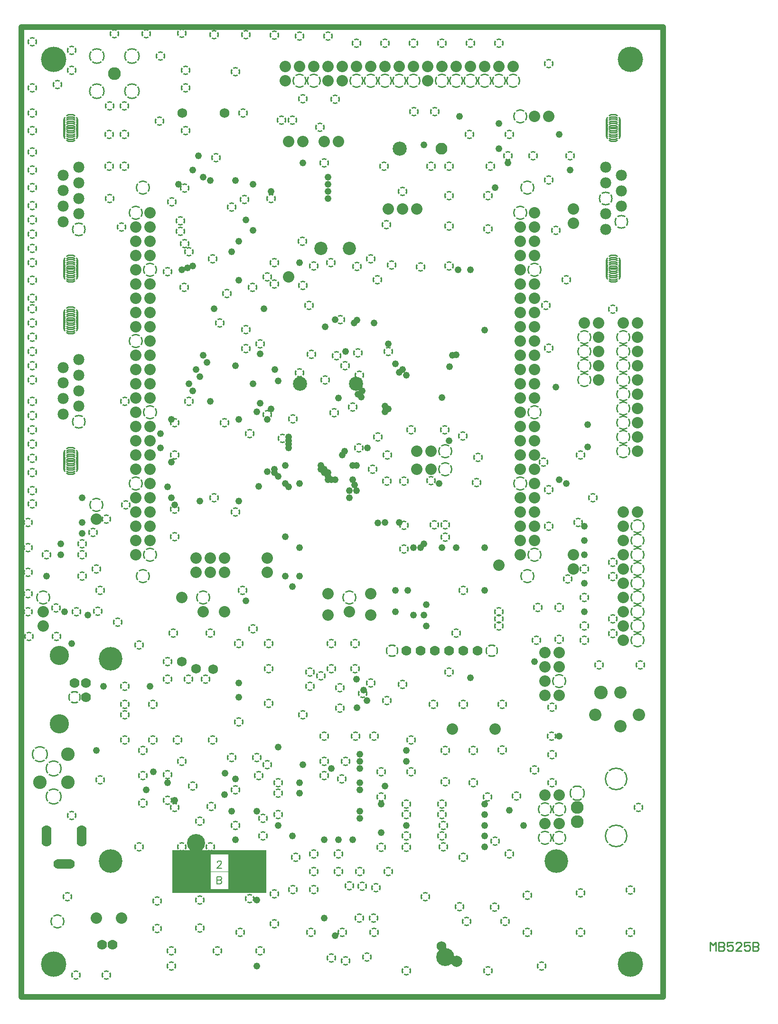
<source format=gbr>
%FSTAX23Y23*%
%MOIN*%
%SFA1B1*%

%IPPOS*%
%AMD164*
1,1,0.110000,0.000000,0.000000*
1,0,0.090000,0.000000,0.000000*
4,0,4,-0.038800,0.046000,-0.045900,0.038900,0.038900,-0.045900,0.046000,-0.038800,-0.038800,0.046000,0.0*
4,0,4,0.038900,0.046000,-0.045900,-0.038800,-0.038800,-0.045900,0.046000,0.038900,0.038900,0.046000,0.0*
%
%AMD165*
1,1,0.100000,0.000000,0.000000*
1,0,0.080000,0.000000,0.000000*
4,0,4,-0.035300,0.042500,-0.042400,0.035400,0.035400,-0.042400,0.042500,-0.035300,-0.035300,0.042500,0.0*
4,0,4,0.035400,0.042500,-0.042400,-0.035300,-0.035300,-0.042400,0.042500,0.035400,0.035400,0.042500,0.0*
%
%AMD166*
1,1,0.098000,0.000000,0.000000*
1,0,0.078000,0.000000,0.000000*
4,0,4,-0.034600,0.041800,-0.041700,0.034700,0.034700,-0.041700,0.041800,-0.034600,-0.034600,0.041800,0.0*
4,0,4,0.034700,0.041800,-0.041700,-0.034600,-0.034600,-0.041700,0.041800,0.034700,0.034700,0.041800,0.0*
%
%AMD171*
1,1,0.111000,0.000000,0.000000*
1,0,0.091000,0.000000,0.000000*
4,0,4,-0.039200,0.046400,-0.046300,0.039300,0.039300,-0.046300,0.046400,-0.039200,-0.039200,0.046400,0.0*
4,0,4,0.039300,0.046400,-0.046300,-0.039200,-0.039200,-0.046300,0.046400,0.039300,0.039300,0.046400,0.0*
%
%AMD172*
1,1,0.111000,0.000000,0.000000*
1,0,0.091000,0.000000,0.000000*
4,0,4,-0.039200,0.046400,-0.046300,0.039300,0.039300,-0.046300,0.046400,-0.039200,-0.039200,0.046400,0.0*
4,0,4,0.039300,0.046400,-0.046300,-0.039200,-0.039200,-0.046300,0.046400,0.039300,0.039300,0.046400,0.0*
%
%AMD173*
1,1,0.160000,0.000000,0.000000*
1,0,0.140000,0.000000,0.000000*
4,0,4,-0.056500,0.063700,-0.063600,0.056600,0.056600,-0.063600,0.063700,-0.056500,-0.056500,0.063700,0.0*
4,0,4,0.056600,0.063700,-0.063600,-0.056500,-0.056500,-0.063600,0.063700,0.056600,0.056600,0.063700,0.0*
%
%AMD175*
1,1,0.090000,0.000000,0.000000*
1,0,0.070000,0.000000,0.000000*
4,0,4,-0.031800,0.038900,-0.038800,0.031900,0.031900,-0.038800,0.038900,-0.031800,-0.031800,0.038900,0.0*
4,0,4,0.031900,0.038900,-0.038800,-0.031800,-0.031800,-0.038800,0.038900,0.031900,0.031900,0.038900,0.0*
%
%AMD177*
1,1,0.115000,0.000000,0.000000*
1,0,0.095000,0.000000,0.000000*
4,0,4,-0.040600,0.047800,-0.047700,0.040700,0.040700,-0.047700,0.047800,-0.040600,-0.040600,0.047800,0.0*
4,0,4,0.040700,0.047800,-0.047700,-0.040600,-0.040600,-0.047700,0.047800,0.040700,0.040700,0.047800,0.0*
%
%AMD185*
1,1,0.068000,0.000000,0.000000*
1,0,0.048000,0.000000,0.000000*
4,0,4,-0.024000,0.031200,-0.031100,0.024100,0.024100,-0.031100,0.031200,-0.024000,-0.024000,0.031200,0.0*
4,0,4,0.024100,0.031200,-0.031100,-0.024000,-0.024000,-0.031100,0.031200,0.024100,0.024100,0.031200,0.0*
%
%ADD21C,0.010000*%
%ADD56C,0.008000*%
%ADD57C,0.005000*%
%ADD66C,0.070000*%
%ADD68C,0.080000*%
%ADD90C,0.004000*%
%ADD133C,0.068000*%
%ADD139C,0.078000*%
%ADD161C,0.040000*%
%ADD162R,0.270000X0.300000*%
%ADD163R,0.125000X0.025000*%
%ADD164D164*%
%ADD165D165*%
%ADD166D166*%
%ADD167C,0.068000*%
%ADD168C,0.079000*%
%ADD169C,0.093000*%
%ADD170C,0.090000*%
%ADD171D171*%
%ADD172D172*%
%ADD173D173*%
%ADD174C,0.135000*%
%ADD175D175*%
%ADD176C,0.127000*%
%ADD177D177*%
%ADD178C,0.095000*%
%ADD179C,0.099000*%
%ADD180C,0.087000*%
%ADD181C,0.178000*%
%ADD182C,0.166000*%
%ADD183C,0.166000*%
%ADD184C,0.083000*%
%ADD185D185*%
%ADD186C,0.048000*%
%LNmb525b-1*%
%LPD*%
G54D21*
X42985Y5052D02*
Y5058D01*
X43005Y5056*
X43025Y5058*
Y5052*
X43045Y5058D02*
Y5052D01*
X43075*
X43085Y5053*
Y5054*
X43075Y5055*
X43045*
X43075*
X43085Y5056*
Y5057*
X43075Y5058*
X43045*
X43145D02*
X43105D01*
Y5055*
X43125Y5056*
X43135*
X43145Y5055*
Y5053*
X43135Y5052*
X43115*
X43105Y5053*
X43205Y5052D02*
X43165D01*
X43205Y5056*
Y5057*
X43195Y5058*
X43175*
X43165Y5057*
X43265Y5058D02*
X43225D01*
Y5055*
X43245Y5056*
X43255*
X43265Y5055*
Y5053*
X43255Y5052*
X43235*
X43225Y5053*
X43285Y5058D02*
Y5052D01*
X43315*
X43325Y5053*
Y5054*
X43315Y5055*
X43285*
X43315*
X43325Y5056*
Y5057*
X43315Y5058*
X43285*
G54D56*
X3952Y5104D02*
Y5099D01*
Y5104D02*
X39541D01*
X39549Y51038*
X39551Y51035*
X39553Y5103*
Y51026*
X39551Y51021*
X39549Y51019*
X39541Y51016*
X3952D02*
X39541D01*
X39549Y51014*
X39551Y51011*
X39553Y51007*
Y51*
X39551Y50995*
X39549Y50992*
X39541Y5099*
X3952*
X39522Y51138D02*
Y5114D01*
X39525Y51145*
X39527Y51148*
X39532Y5115*
X39541*
X39546Y51148*
X39549Y51145*
X39551Y5114*
Y51136*
X39549Y51131*
X39544Y51124*
X3952Y511*
X39553*
G54D57*
X4265Y502D02*
Y57D01*
X3815Y502D02*
X4265D01*
X3815Y57D02*
X4265D01*
X3815Y502D02*
Y57D01*
G54D66*
X386Y52398D03*
X3852D03*
X386Y523D03*
X38325Y51345D03*
Y51305D03*
Y51365D03*
Y51285D03*
Y51325D03*
X38467Y51128D03*
X38427D03*
X38487D03*
X38407D03*
X38447D03*
X38569Y51345D03*
Y51305D03*
Y51365D03*
Y51285D03*
Y51325D03*
X38713Y50564D03*
X38787D03*
X4105Y52625D03*
X4125D03*
X4085D03*
X4095D03*
X4115D03*
X4135D03*
G54D68*
X42475Y54025D03*
X42375Y54925D03*
X42475D03*
Y54225D03*
Y54325D03*
Y54425D03*
Y54525D03*
Y54625D03*
Y54725D03*
Y54825D03*
Y54125D03*
X42375Y528D03*
X42475Y536D03*
X42375Y534D03*
Y533D03*
Y536D03*
Y535D03*
Y532D03*
Y531D03*
Y53D03*
Y529D03*
Y527D03*
X415Y53225D03*
X40925Y55725D03*
X40725D03*
X40825D03*
X421Y54925D03*
X422D03*
Y54825D03*
Y54725D03*
Y54625D03*
Y54525D03*
X41475Y52075D03*
X41175D03*
X39375Y53175D03*
X39475D03*
Y53275D03*
X39375D03*
X39575Y53175D03*
Y53275D03*
X383Y529D03*
Y528D03*
X3905Y557D03*
X3895Y556D03*
X3905D03*
X3895Y555D03*
X3905D03*
X3895Y554D03*
X3905D03*
X3895Y553D03*
Y552D03*
X3905D03*
X3895Y551D03*
X3905D03*
X3895Y55D03*
X3905D03*
X3895Y549D03*
X3905D03*
Y548D03*
X3895Y547D03*
X3905D03*
X3895Y546D03*
X3905D03*
X3895Y545D03*
X3905D03*
X3895Y544D03*
Y543D03*
Y542D03*
X3905D03*
X3895Y541D03*
Y54D03*
Y539D03*
Y537D03*
Y536D03*
Y535D03*
Y534D03*
Y533D03*
X3905Y534D03*
Y544D03*
Y541D03*
Y54D03*
Y539D03*
Y538D03*
Y537D03*
Y536D03*
Y535D03*
X40025Y562D03*
X40125D03*
X4165Y556D03*
X4175Y557D03*
X42025Y55625D03*
Y55725D03*
X3885Y5075D03*
X38675D03*
X39275Y53D03*
X42025Y533D03*
Y532D03*
X40275Y562D03*
X40375D03*
X39425Y529D03*
X41025Y539D03*
X40925D03*
X38675Y5355D03*
X41025Y54025D03*
X40925D03*
X4165Y553D03*
Y552D03*
Y548D03*
Y546D03*
X4175D03*
X4045Y529D03*
X39575D03*
X4165Y539D03*
X4175Y538D03*
Y542D03*
Y539D03*
Y556D03*
X4165Y555D03*
X4175D03*
X4165Y554D03*
X4175D03*
Y552D03*
X4165Y551D03*
X4175D03*
Y545D03*
X4165D03*
X4175Y544D03*
X4165D03*
Y543D03*
Y542D03*
X4175Y541D03*
X4165Y533D03*
Y541D03*
X4175Y54D03*
X4165D03*
Y55D03*
X4175D03*
X4165Y549D03*
X4175D03*
Y548D03*
Y547D03*
X4165D03*
X4175Y535D03*
X4165Y534D03*
X4175D03*
Y536D03*
X4165Y535D03*
Y537D03*
X4175D03*
X4165Y536D03*
X4175Y56375D03*
X4185D03*
X406Y52875D03*
X403Y53025D03*
X39875Y53275D03*
Y53175D03*
X403Y52875D03*
X406Y53025D03*
X41924Y51413D03*
X41824D03*
X41924Y51613D03*
X41824D03*
X41924Y52313D03*
X41824D03*
Y52413D03*
X41924Y52513D03*
X41824D03*
X41924Y52613D03*
X41824D03*
X40025Y5525D03*
X415Y56725D03*
X414D03*
X413D03*
X412D03*
X411D03*
X41D03*
Y56625D03*
X409Y56725D03*
X408D03*
X407D03*
X406D03*
X405D03*
X404D03*
Y56625D03*
X403D03*
X402Y56725D03*
X401D03*
X4D03*
Y56625D03*
X416Y56725D03*
X403D03*
G54D90*
X3935Y51075D02*
Y5108D01*
X39475Y5095D02*
Y51075D01*
X396Y5095D02*
Y51075D01*
X39725Y5095D02*
Y51075D01*
X3985Y5095D02*
Y51075D01*
X3935Y5095D02*
X3985D01*
X3935D02*
Y51075D01*
Y512D02*
X3985D01*
Y51075D02*
Y512D01*
X3935Y51075D02*
X3985D01*
X3935D02*
Y512D01*
X39475Y5108D02*
Y512D01*
X396Y51075D02*
Y512D01*
X39725Y51075D02*
Y512D01*
X39225Y51075D02*
X3935D01*
X39225Y512D02*
X3935D01*
X39225Y5095D02*
X3935D01*
G54D133*
X39495Y52495D03*
X39375Y525D03*
X39275Y5255D03*
G54D139*
X4236Y55854D03*
X4225Y55909D03*
Y55582D03*
Y56018D03*
X4236Y55963D03*
Y55745D03*
X4225Y55691D03*
X3844Y55746D03*
Y55855D03*
X3855Y558D03*
Y55909D03*
X3844Y55964D03*
Y55637D03*
X3855Y56018D03*
Y55691D03*
Y54341D03*
Y54668D03*
X3844Y54287D03*
Y54614D03*
X3855Y54559D03*
Y5445D03*
X3844Y54505D03*
Y54396D03*
G54D161*
X38147Y50197D02*
Y57002D01*
X42653*
Y50197D02*
Y57002D01*
X38147Y50197D02*
X42653D01*
X38147D02*
X42653D01*
Y57002*
X38147D02*
X42653D01*
X38147Y50197D02*
Y57002D01*
G54D162*
X39735Y51075D03*
X3934D03*
G54D163*
X39537Y50938D03*
Y51213D03*
G54D164*
X38495Y56293D03*
Y56263D03*
Y56338D03*
Y56293D03*
Y56278D03*
Y56248D03*
Y56323D03*
Y56308D03*
Y55307D03*
Y55277D03*
Y55352D03*
Y55307D03*
Y55292D03*
Y55262D03*
Y55337D03*
Y55322D03*
Y53972D03*
Y53987D03*
Y53912D03*
Y53942D03*
Y53957D03*
Y54002D03*
Y53927D03*
Y53957D03*
Y54958D03*
Y54973D03*
Y54898D03*
Y54928D03*
Y54943D03*
Y54988D03*
Y54913D03*
Y54943D03*
X42305Y55307D03*
Y55337D03*
Y55262D03*
Y55307D03*
Y55322D03*
Y55352D03*
Y55277D03*
Y55292D03*
Y56293D03*
Y56323D03*
Y56248D03*
Y56293D03*
Y56308D03*
Y56338D03*
Y56263D03*
Y56278D03*
X4205Y51625D03*
G54D165*
X42375Y54025D03*
Y54225D03*
Y54325D03*
Y54425D03*
Y54525D03*
Y54825D03*
Y54625D03*
Y54725D03*
Y54125D03*
X42475Y528D03*
Y535D03*
Y534D03*
Y533D03*
Y532D03*
Y531D03*
Y53D03*
Y529D03*
Y527D03*
X421Y54825D03*
Y54725D03*
Y54525D03*
Y54625D03*
X383Y53D03*
X3895Y538D03*
X3905Y553D03*
X3895Y548D03*
X3905Y543D03*
X3895Y557D03*
X3905Y533D03*
X39Y5315D03*
X39425Y53D03*
X384Y50725D03*
X41125Y539D03*
X38675Y5365D03*
X41125Y54025D03*
X4165Y538D03*
X4175Y553D03*
Y543D03*
X4165Y557D03*
X4175Y533D03*
X4045Y53D03*
X4165Y56375D03*
X417Y5315D03*
Y55875D03*
X41924Y51313D03*
X41824D03*
X41924Y51513D03*
X41824D03*
X41924Y52413D03*
X39Y55875D03*
X416Y56625D03*
X415D03*
X414D03*
X413D03*
X412D03*
X411D03*
X409D03*
X408D03*
X407D03*
X406D03*
X405D03*
X402D03*
X401D03*
G54D166*
X4225Y558D03*
X4236Y55636D03*
X3855Y55582D03*
Y54232D03*
G54D167*
X39575Y564D03*
X39278D03*
X41097Y50553D03*
G54D168*
X41203Y50447D03*
G54D169*
X4045Y5545D03*
X4025D03*
G54D170*
X388Y56675D03*
X4205Y51425D03*
Y51525D03*
G54D171*
X38923Y56552D03*
X38677D03*
Y56798D03*
G54D172*
X38923Y56798D03*
G54D173*
X42325Y51325D03*
Y51725D03*
G54D174*
X38415Y52591D03*
Y52111D03*
G54D175*
X3852Y523D03*
X4075Y52625D03*
X4145D03*
G54D176*
X39375Y51275D03*
X41125Y50475D03*
G54D177*
X38375Y51603D03*
X38277Y51898D03*
X38375Y518D03*
G54D178*
X38277Y51702D03*
X38473D03*
Y51898D03*
X42217Y52332D03*
G54D179*
X40103Y545D03*
X40497D03*
X40802Y56149D03*
G54D180*
X42178Y52175D03*
X42485D03*
X42355Y52096D03*
Y52332D03*
G54D181*
X38375Y56775D03*
X42425D03*
Y50425D03*
X38375D03*
G54D182*
X38775Y52568D03*
Y5115D03*
G54D183*
X38775Y5115D03*
X41905D03*
X38774D03*
X41904D03*
G54D184*
X41098Y5615D03*
G54D185*
X4045Y50976D03*
X4054Y50974D03*
X40636Y50962D03*
X393Y567D03*
X39515Y56085D03*
X4185Y5593D03*
X3865Y53455D03*
X38745Y5355D03*
X4185Y56745D03*
X419Y55575D03*
X4174Y561D03*
X4115Y55605D03*
Y55325D03*
X41425Y55585D03*
Y5582D03*
X4144Y56025D03*
X4115Y5582D03*
Y56025D03*
X41025D03*
X40825Y5585D03*
X40695Y56025D03*
X4071Y55615D03*
X4012Y555D03*
X4032Y5535D03*
X4095Y5532D03*
X41355Y53981D03*
X3853Y5035D03*
X38745D03*
X39725Y5488D03*
Y54745D03*
X3954Y54925D03*
X3929Y55175D03*
X3949Y55375D03*
X3885Y556D03*
X3998Y54115D03*
X39875Y54283D03*
X38875Y54375D03*
X3887Y5645D03*
Y5625D03*
Y56025D03*
X39205Y55775D03*
X39293Y55872D03*
X39712Y55793D03*
X39625Y5574D03*
X39175Y55285D03*
X388Y56955D03*
X39025D03*
X39275Y5696D03*
X395Y5695D03*
X39725D03*
X39925Y56945D03*
X401Y5694D03*
X403D03*
X415Y5689D03*
X413D03*
X411D03*
X409D03*
X407D03*
X405D03*
X4105Y56408D03*
X40903D03*
X41975Y5523D03*
X41815Y5395D03*
X4185Y5475D03*
X423Y55022D03*
X4183Y5505D03*
X42075Y54D03*
X4216Y537D03*
X41982Y5313D03*
X42205Y52525D03*
X42495D03*
X4248Y51525D03*
X42075Y50925D03*
X42425Y50945D03*
X417Y5091D03*
X385Y5147D03*
X40425Y5185D03*
X40396Y51725D03*
X40325Y525D03*
X4049D03*
Y52675D03*
X40325D03*
X3907Y52D03*
Y5225D03*
X3847Y509D03*
X4085Y5038D03*
X41425D03*
X39525Y5052D03*
X39825D03*
X392D03*
X39275Y5125D03*
X39475D03*
X394Y5143D03*
X38975Y5125D03*
X39Y51555D03*
X39815Y5175D03*
X39845Y5145D03*
Y51325D03*
X39479Y51533D03*
X391Y50675D03*
Y5087D03*
X394Y50875D03*
Y5068D03*
X3975Y50885D03*
X38875Y52D03*
X387Y5172D03*
X39Y5175D03*
X39175Y51755D03*
X3949Y52D03*
X39245D03*
X3944Y52425D03*
X3932D03*
X39175D03*
Y5255D03*
X39215Y5275D03*
X39882Y52255D03*
Y525D03*
Y52675D03*
X39775Y5278D03*
X40125Y52175D03*
X40675Y51775D03*
X40885Y52D03*
X40715Y52275D03*
X406Y524D03*
X40385Y52365D03*
Y52222D03*
X40495Y52025D03*
X40275D03*
X40375Y512D03*
X402Y51075D03*
X40375D03*
X40525D03*
X40725D03*
X4085Y51245D03*
X40675D03*
X402Y5095D03*
X40625Y5065D03*
X40325Y5047D03*
X404Y5065D03*
X39925Y5071D03*
X4018Y5065D03*
X39685D03*
X39925Y5092D03*
X40055Y5095D03*
X42425Y5065D03*
X42075D03*
X417D03*
X41275Y50725D03*
X4147Y50825D03*
X41225Y5083D03*
X40982Y509D03*
X41545Y50725D03*
X41475Y5129D03*
X4132Y517D03*
X41125Y51705D03*
Y51925D03*
X4132D03*
X41525Y5193D03*
X4104Y5225D03*
X4125D03*
X41525D03*
X40825Y5239D03*
X4142Y516D03*
X41875Y517D03*
X41625Y51605D03*
X4175Y5179D03*
X41875Y51895D03*
X4187Y52025D03*
X41875Y5223D03*
X40833Y53507D03*
Y53339D03*
X423Y52745D03*
Y5285D03*
X41925Y52705D03*
Y5293D03*
X41775D03*
X41765Y527D03*
X423Y53145D03*
Y53245D03*
X42057Y53525D03*
X4185Y535D03*
Y53755D03*
X41345Y53807D03*
X41048Y5351D03*
X41125D03*
Y53421D03*
X40615Y539D03*
X40715Y53815D03*
X40835D03*
X41025Y5382D03*
X40885Y54175D03*
X4112D03*
X41247Y54132D03*
X4065Y54125D03*
X40717Y54D03*
X4028Y54525D03*
X4052Y5456D03*
X40054Y54254D03*
X401Y54575D03*
X38975Y52665D03*
X38685Y52903D03*
X3839Y52925D03*
X38395Y52725D03*
X382D03*
X38193Y529D03*
Y53025D03*
Y53175D03*
Y5335D03*
Y53525D03*
X38225Y53655D03*
Y5375D03*
Y53875D03*
Y53975D03*
Y54075D03*
Y54175D03*
Y54275D03*
Y54375D03*
Y54525D03*
Y54625D03*
Y54725D03*
Y54825D03*
Y54925D03*
Y55025D03*
Y551D03*
Y55225D03*
Y5535D03*
Y5545D03*
Y5555D03*
Y5565D03*
Y5575D03*
Y55875D03*
Y56D03*
Y56125D03*
Y56275D03*
Y564D03*
Y56575D03*
Y569D03*
X3888Y5365D03*
X385Y5684D03*
X384Y566D03*
X385Y567D03*
X38768Y5645D03*
X38765Y5625D03*
Y56025D03*
X38768Y558D03*
X39822Y54778D03*
X40182Y54707D03*
X4042Y54625D03*
X4051Y54715D03*
X4036Y54695D03*
X40345Y54295D03*
X40475Y54335D03*
X39591Y55132D03*
X3977Y55175D03*
X40275Y5605D03*
X399Y558D03*
X39705Y564D03*
X39118Y56343D03*
X393Y56575D03*
X39649Y56689D03*
X39125Y568D03*
X38825Y52825D03*
X41295Y5625D03*
X4005Y5635D03*
X39975D03*
X40647Y55228D03*
X406Y55375D03*
X40517Y5405D03*
X39225Y5362D03*
X4115Y52475D03*
X411Y5155D03*
X402Y512D03*
X398Y51875D03*
X40502Y55322D03*
X402Y55325D03*
X39275Y5185D03*
X38575Y533D03*
X3975Y5415D03*
X39575Y54225D03*
X39875Y5525D03*
X411Y51475D03*
X4111Y514D03*
X411Y51325D03*
X4111Y5125D03*
X3995Y51625D03*
X40075Y51175D03*
X4125Y5305D03*
X415Y528D03*
Y5285D03*
Y529D03*
X412Y5275D03*
X41575Y512D03*
X4125Y51175D03*
X421Y527D03*
Y528D03*
Y53D03*
Y532D03*
X392Y50412D03*
X40425Y5045D03*
X40575Y50475D03*
X4052Y5075D03*
X4062D03*
X418Y50412D03*
X3965Y5165D03*
X39175Y51575D03*
X39225Y51525D03*
X3935Y51675D03*
X39625Y51875D03*
X3965Y514D03*
X3995Y51475D03*
Y517D03*
X39875Y51825D03*
X40275Y5185D03*
Y5175D03*
X40885Y51775D03*
X4085Y5155D03*
Y51475D03*
Y51325D03*
X38875Y52175D03*
Y5225D03*
Y52375D03*
X38535Y529D03*
X4025Y5245D03*
X40175Y52375D03*
Y52475D03*
X40386Y54948D03*
X40725Y54725D03*
X393Y56275D03*
X39925Y5535D03*
Y552D03*
X40125Y5519D03*
X40167Y5505D03*
X39265Y55643D03*
Y55568D03*
X39295Y55482D03*
X39325Y55425D03*
X42Y561D03*
X41565D03*
X41575Y5625D03*
X40545Y52325D03*
X40625Y52025D03*
X40675Y516D03*
X38325Y533D03*
X38575Y5315D03*
X38675Y532D03*
X38575Y53375D03*
X395Y537D03*
X39225Y53425D03*
Y54D03*
Y54225D03*
X39325Y54375D03*
X3965Y536D03*
X387Y5305D03*
X39675Y52675D03*
Y52125D03*
X39475Y5275D03*
X397Y5305D03*
X39Y51925D03*
X40125Y565D03*
X40746Y55331D03*
X4035Y56496D03*
X40245Y563D03*
G54D186*
X3985Y55025D03*
X39815Y5378D03*
X3965Y54625D03*
X39875Y54249D03*
X39825Y54362D03*
X39875Y53882D03*
X407Y54343D03*
X40025Y53775D03*
X4Y538D03*
X3995Y5385D03*
X4Y53925D03*
X39925Y53875D03*
Y539D03*
X4065Y53523D03*
X4115Y541D03*
X4108Y538D03*
X40487Y53788D03*
X4045Y5375D03*
X4035Y53825D03*
X405Y53925D03*
X401Y538D03*
X39825Y5471D03*
X39499Y55026D03*
X39275Y553D03*
X39312Y55313D03*
X3935Y55325D03*
X403Y5595D03*
Y559D03*
Y5585D03*
Y558D03*
X40125Y5605D03*
X399Y5585D03*
X3965Y55925D03*
X39775Y559D03*
X40485Y54925D03*
X38575Y537D03*
X3965Y51725D03*
X38425Y53375D03*
X40899Y52876D03*
X413Y52435D03*
X40505Y54945D03*
X415Y56325D03*
X385Y52675D03*
X411Y54402D03*
X40975Y56175D03*
X401Y5535D03*
X41475Y55875D03*
X415Y5615D03*
X408Y53525D03*
X4085Y54559D03*
X40825Y54598D03*
X407Y53525D03*
X408Y54579D03*
X4045Y537D03*
X405Y5375D03*
X40475Y53825D03*
X40775Y54638D03*
X40325Y53825D03*
X41175Y547D03*
X41201Y54701D03*
X414Y54875D03*
X41152Y54618D03*
X403Y53825D03*
Y5385D03*
X40475Y53925D03*
X403Y53875D03*
X40275D03*
Y539D03*
X404Y54D03*
X4025Y539D03*
X40418Y54025D03*
X4025Y53925D03*
X40535Y54405D03*
X4051Y54425D03*
X4054Y5445D03*
X40025Y54125D03*
Y541D03*
Y54075D03*
X40375Y544D03*
X40025Y5405D03*
X39926Y54599D03*
X3995Y5452D03*
X40577Y5405D03*
X40325Y518D03*
X407Y54303D03*
X40725Y54323D03*
X4175Y5255D03*
X4Y53425D03*
X399Y54323D03*
X4005Y53075D03*
X398Y54303D03*
X39775Y545D03*
X39175Y53775D03*
X39225Y5365D03*
X394Y53675D03*
X392Y537D03*
Y5425D03*
X39125Y5415D03*
X40975Y53375D03*
X411Y5335D03*
X40425Y54725D03*
X4095Y5335D03*
X40275Y5075D03*
X4035Y50625D03*
X398Y50875D03*
X401Y5335D03*
X409D03*
X412D03*
X414D03*
X419Y54475D03*
X41925Y53825D03*
X41975Y538D03*
X41925Y52025D03*
X39725Y52975D03*
X39675Y55225D03*
X39725Y5565D03*
X39675Y555D03*
X39775Y55575D03*
X40525Y518D03*
Y5185D03*
Y519D03*
X405Y52425D03*
X401Y5315D03*
X40525Y517D03*
X4Y5315D03*
X40525Y5165D03*
Y515D03*
Y5145D03*
X39175Y517D03*
X39025Y5165D03*
X40675Y5135D03*
X4028Y549D03*
X39125Y5405D03*
X392Y5395D03*
X41225Y56375D03*
X39325Y545D03*
X3935Y5445D03*
X39375Y546D03*
X394Y5455D03*
X39425Y547D03*
X3945Y5465D03*
X39475Y54375D03*
X39625Y55425D03*
X414Y5125D03*
Y51325D03*
Y514D03*
Y51475D03*
Y5155D03*
X40475Y513D03*
X40375D03*
X40275D03*
X40975Y52875D03*
X4099Y5295D03*
X40775Y529D03*
Y5305D03*
X4086D03*
X4099Y528D03*
X414Y5305D03*
X41675Y514D03*
X41572Y51507D03*
X421Y529D03*
Y531D03*
Y533D03*
Y534D03*
Y535D03*
X398Y50412D03*
X4005Y51325D03*
X398Y515D03*
X39075Y51775D03*
X39225Y51575D03*
X39625Y515D03*
X39577Y51765D03*
X39575Y51615D03*
X3965Y513D03*
X3995Y514D03*
X40125Y51825D03*
X401Y517D03*
Y51625D03*
X4085Y514D03*
X3995Y5195D03*
X38725Y52375D03*
X3905D03*
X3845Y529D03*
X38615Y52875D03*
X4035Y5495D03*
X40725Y54778D03*
X413Y553D03*
X41215D03*
X42Y56D03*
X41565Y5605D03*
X41925Y5625D03*
X4055Y5235D03*
X40575Y52275D03*
X40502Y52225D03*
X4085Y51925D03*
Y5185D03*
X407Y51675D03*
X40675Y5155D03*
X38425Y533D03*
X38325Y5315D03*
X38575Y5345D03*
Y53525D03*
X39675Y5425D03*
Y53675D03*
Y524D03*
Y523D03*
X38675Y51925D03*
X42123Y54057D03*
Y54213D03*
X39475Y55925D03*
X39425Y5595D03*
X3935Y56D03*
X3925Y559D03*
X3939Y561D03*
X40625Y54925D03*
M02*
</source>
